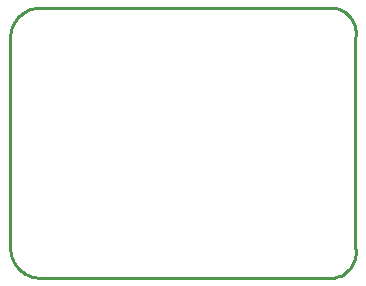
<source format=gbr>
G04 EAGLE Gerber RS-274X export*
G75*
%MOMM*%
%FSLAX34Y34*%
%LPD*%
%IN*%
%IPPOS*%
%AMOC8*
5,1,8,0,0,1.08239X$1,22.5*%
G01*
%ADD10C,0.254000*%


D10*
X0Y25400D02*
X97Y23186D01*
X386Y20989D01*
X865Y18826D01*
X1532Y16713D01*
X2380Y14666D01*
X3403Y12700D01*
X4594Y10831D01*
X5942Y9073D01*
X7440Y7440D01*
X9073Y5942D01*
X10831Y4594D01*
X12700Y3403D01*
X14666Y2380D01*
X16713Y1532D01*
X18826Y865D01*
X20989Y386D01*
X23186Y97D01*
X25400Y0D01*
X274320Y0D01*
X276187Y414D01*
X278011Y990D01*
X279778Y1722D01*
X281474Y2605D01*
X283087Y3633D01*
X284605Y4798D01*
X286015Y6090D01*
X287306Y7500D01*
X288471Y9018D01*
X289498Y10631D01*
X290381Y12327D01*
X291113Y14095D01*
X291687Y15919D01*
X292101Y17786D01*
X292350Y19682D01*
X292434Y21593D01*
X292350Y23504D01*
X292100Y25400D01*
X292100Y203200D01*
X292350Y205096D01*
X292434Y207007D01*
X292350Y208918D01*
X292101Y210814D01*
X291687Y212681D01*
X291113Y214505D01*
X290381Y216273D01*
X289498Y217969D01*
X288471Y219582D01*
X287306Y221100D01*
X286015Y222510D01*
X284605Y223803D01*
X283087Y224967D01*
X281474Y225995D01*
X279778Y226878D01*
X278011Y227610D01*
X276187Y228186D01*
X274320Y228600D01*
X25400Y228600D01*
X23186Y228503D01*
X20989Y228214D01*
X18826Y227735D01*
X16713Y227068D01*
X14666Y226220D01*
X12700Y225197D01*
X10831Y224006D01*
X9073Y222658D01*
X7440Y221161D01*
X5942Y219527D01*
X4594Y217769D01*
X3403Y215900D01*
X2380Y213935D01*
X1532Y211887D01*
X865Y209774D01*
X386Y207611D01*
X97Y205414D01*
X0Y203200D01*
X0Y25400D01*
M02*

</source>
